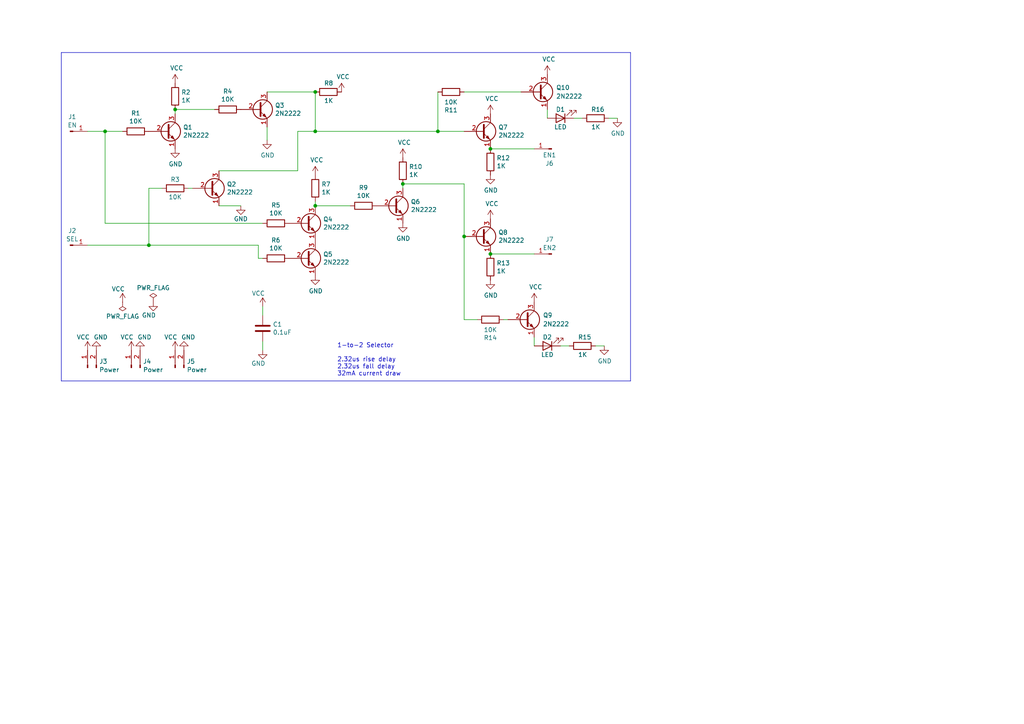
<source format=kicad_sch>
(kicad_sch (version 20230121) (generator eeschema)
  (paper "A4")
  (title_block (title "Transistor 1-to-2 Selector") (date "2023-12-04") (rev "2"))
  (lib_symbols
    (symbol "2n2222:2N2222" (pin_names (offset 0) hide)
      (property "Reference" "Q" (at 5.08 1.905 0))
      (property "Value" "2N2222" (at 5.08 0 0))
      (symbol "2N2222_0_1"
        (polyline (pts (xy 0.635 0.635) (xy 2.54 2.54)))
        (polyline (pts (xy 0.635 -0.635) (xy 2.54 -2.54) (xy 2.54 -2.54)))
        (polyline (pts (xy 0.635 1.905) (xy 0.635 -1.905) (xy 0.635 -1.905)) (stroke (width 0.508)))
        (polyline (pts (xy 1.27 -1.778) (xy 1.778 -1.27) (xy 2.286 -2.286) (xy 1.27 -1.778) (xy 1.27 -1.778)) (fill (type outline)))
        (circle (center 1.27 0) (radius 2.8194) (stroke (width 0.254)))
      )
      (symbol "2N2222_1_1"
        (pin passive line (at 2.54 -5.08 90) (length 2.54) (name "E") (number "1"))
        (pin passive line (at -5.08 0 0) (length 5.715) (name "B") (number "2"))
        (pin passive line (at 2.54 5.08 270) (length 2.54) (name "C") (number "3"))
      )
    )
    (symbol "Connector:Conn_01x01_Pin" (pin_names (offset 1.016) hide)
      (property "Reference" "J" (at 0 2.54 0))
      (property "Value" "Conn_01x01_Pin" (at 0 -2.54 0))
      (symbol "Conn_01x01_Pin_1_1"
        (polyline (pts (xy 1.27 0) (xy 0.8636 0)) (stroke (width 0.1524)))
        (rectangle (start 0.8636 0.127) (end 0 -0.127) (stroke (width 0.1524)) (fill (type outline)))
        (pin passive line (at 5.08 0 180) (length 3.81) (name "Pin_1") (number "1"))
      )
    )
    (symbol "Connector:Conn_01x02_Pin" (pin_names (offset 1.016) hide)
      (property "Reference" "J" (at 0 2.54 0))
      (property "Value" "Conn_01x02_Pin" (at 0 -5.08 0))
      (symbol "Conn_01x02_Pin_1_1"
        (polyline (pts (xy 1.27 -2.54) (xy 0.8636 -2.54)) (stroke (width 0.1524)))
        (polyline (pts (xy 1.27 0) (xy 0.8636 0)) (stroke (width 0.1524)))
        (rectangle (start 0.8636 -2.413) (end 0 -2.667) (stroke (width 0.1524)) (fill (type outline)))
        (rectangle (start 0.8636 0.127) (end 0 -0.127) (stroke (width 0.1524)) (fill (type outline)))
        (pin passive line (at 5.08 0 180) (length 3.81) (name "Pin_1") (number "1"))
        (pin passive line (at 5.08 -2.54 180) (length 3.81) (name "Pin_2") (number "2"))
      )
    )
    (symbol "Device:C" (pin_numbers hide) (pin_names (offset 0.254))
      (property "Reference" "C" (at 0.635 2.54 0))
      (property "Value" "C" (at 0.635 -2.54 0))
      (symbol "C_0_1"
        (polyline (pts (xy -2.032 -0.762) (xy 2.032 -0.762)) (stroke (width 0.508)))
        (polyline (pts (xy -2.032 0.762) (xy 2.032 0.762)) (stroke (width 0.508)))
      )
      (symbol "C_1_1"
        (pin passive line (at 0 3.81 270) (length 2.794) (name "~") (number "1"))
        (pin passive line (at 0 -3.81 90) (length 2.794) (name "~") (number "2"))
      )
    )
    (symbol "Device:LED" (pin_numbers hide) (pin_names (offset 1.016) hide)
      (property "Reference" "D" (at 0 2.54 0))
      (property "Value" "LED" (at 0 -2.54 0))
      (symbol "LED_0_1"
        (polyline (pts (xy -1.27 -1.27) (xy -1.27 1.27)) (stroke (width 0.254)))
        (polyline (pts (xy -1.27 0) (xy 1.27 0)))
        (polyline (pts (xy 1.27 -1.27) (xy 1.27 1.27) (xy -1.27 0) (xy 1.27 -1.27)) (stroke (width 0.254)))
        (polyline (pts (xy -3.048 -0.762) (xy -4.572 -2.286) (xy -3.81 -2.286) (xy -4.572 -2.286) (xy -4.572 -1.524)))
        (polyline (pts (xy -1.778 -0.762) (xy -3.302 -2.286) (xy -2.54 -2.286) (xy -3.302 -2.286) (xy -3.302 -1.524)))
      )
      (symbol "LED_1_1"
        (pin passive line (at -3.81 0 0) (length 2.54) (name "K") (number "1"))
        (pin passive line (at 3.81 0 180) (length 2.54) (name "A") (number "2"))
      )
    )
    (symbol "Device:R" (pin_numbers hide) (pin_names (offset 0))
      (property "Reference" "R" (at 2.032 0 90))
      (property "Value" "R" (at 0 0 90))
      (symbol "R_0_1"
        (rectangle (start -1.016 -2.54) (end 1.016 2.54) (stroke (width 0.254)))
      )
      (symbol "R_1_1"
        (pin passive line (at 0 3.81 270) (length 1.27) (name "~") (number "1"))
        (pin passive line (at 0 -3.81 90) (length 1.27) (name "~") (number "2"))
      )
    )
    (symbol "power:GND" (power) (pin_names (offset 0))
      (property "Value" "GND" (at 0 -3.81 0))
      (symbol "GND_0_1"
        (polyline (pts (xy 0 0) (xy 0 -1.27) (xy 1.27 -1.27) (xy 0 -2.54) (xy -1.27 -1.27) (xy 0 -1.27)))
      )
      (symbol "GND_1_1"
        (pin power_in line (at 0 0 270) (length 0) hide (name "GND") (number "1"))
      )
    )
    (symbol "power:PWR_FLAG" (power) (pin_numbers hide) (pin_names (offset 0) hide)
      (property "Value" "PWR_FLAG" (at 0 3.81 0))
      (symbol "PWR_FLAG_0_0"
        (pin power_out line (at 0 0 90) (length 0) (name "pwr") (number "1"))
      )
      (symbol "PWR_FLAG_0_1"
        (polyline (pts (xy 0 0) (xy 0 1.27) (xy -1.016 1.905) (xy 0 2.54) (xy 1.016 1.905) (xy 0 1.27)))
      )
    )
    (symbol "power:VCC" (power) (pin_names (offset 0))
      (property "Value" "VCC" (at 0 3.81 0))
      (symbol "VCC_0_1"
        (polyline (pts (xy -0.762 1.27) (xy 0 2.54)))
        (polyline (pts (xy 0 0) (xy 0 2.54)))
        (polyline (pts (xy 0 2.54) (xy 0.762 1.27)))
      )
      (symbol "VCC_1_1"
        (pin power_in line (at 0 0 90) (length 0) hide (name "VCC") (number "1"))
      )
    )
  )
  (junction (at 91.44 59.69))
  (junction (at 142.24 43.18))
  (junction (at 91.44 26.67))
  (junction (at 116.84 53.34))
  (junction (at 127 38.1))
  (junction (at 50.8 31.75))
  (junction (at 142.24 73.66))
  (junction (at 30.48 38.1))
  (junction (at 43.18 71.12))
  (junction (at 91.44 38.1))
  (junction (at 134.62 68.58))
  (wire (pts (xy 116.84 53.34) (xy 134.62 53.34)))
  (polyline (pts (xy 17.78 110.49) (xy 182.88 110.49)))
  (wire (pts (xy 134.62 53.34) (xy 134.62 68.58)))
  (wire (pts (xy 30.48 64.77) (xy 30.48 38.1)))
  (wire (pts (xy 86.36 38.1) (xy 91.44 38.1)))
  (wire (pts (xy 91.44 38.1) (xy 127 38.1)))
  (wire (pts (xy 91.44 59.69) (xy 101.6 59.69)))
  (wire (pts (xy 74.93 74.93) (xy 76.2 74.93)))
  (wire (pts (xy 146.05 92.71) (xy 147.32 92.71)))
  (wire (pts (xy 25.4 71.12) (xy 43.18 71.12)))
  (wire (pts (xy 154.94 100.33) (xy 154.94 97.79)))
  (wire (pts (xy 76.2 91.44) (xy 76.2 88.9)))
  (wire (pts (xy 62.23 31.75) (xy 50.8 31.75)))
  (wire (pts (xy 127 38.1) (xy 134.62 38.1)))
  (wire (pts (xy 91.44 38.1) (xy 91.44 26.67)))
  (wire (pts (xy 30.48 64.77) (xy 76.2 64.77)))
  (wire (pts (xy 134.62 26.67) (xy 151.13 26.67)))
  (wire (pts (xy 127 26.67) (xy 127 38.1)))
  (wire (pts (xy 91.44 26.67) (xy 77.47 26.67)))
  (polyline (pts (xy 17.78 15.24) (xy 17.78 110.49)))
  (wire (pts (xy 168.91 34.29) (xy 166.37 34.29)))
  (wire (pts (xy 63.5 59.69) (xy 69.85 59.69)))
  (wire (pts (xy 54.61 54.61) (xy 55.88 54.61)))
  (wire (pts (xy 76.2 101.6) (xy 76.2 99.06)))
  (wire (pts (xy 50.8 31.75) (xy 50.8 33.02)))
  (wire (pts (xy 165.1 100.33) (xy 162.56 100.33)))
  (wire (pts (xy 77.47 40.64) (xy 77.47 36.83)))
  (wire (pts (xy 116.84 53.34) (xy 116.84 54.61)))
  (wire (pts (xy 43.18 71.12) (xy 74.93 71.12)))
  (wire (pts (xy 154.94 43.18) (xy 142.24 43.18)))
  (wire (pts (xy 25.4 38.1) (xy 30.48 38.1)))
  (wire (pts (xy 63.5 49.53) (xy 86.36 49.53)))
  (wire (pts (xy 74.93 71.12) (xy 74.93 74.93)))
  (wire (pts (xy 30.48 38.1) (xy 35.56 38.1)))
  (wire (pts (xy 134.62 92.71) (xy 138.43 92.71)))
  (wire (pts (xy 179.07 34.29) (xy 176.53 34.29)))
  (wire (pts (xy 46.99 54.61) (xy 43.18 54.61)))
  (wire (pts (xy 134.62 68.58) (xy 134.62 92.71)))
  (wire (pts (xy 175.26 100.33) (xy 172.72 100.33)))
  (wire (pts (xy 158.75 34.29) (xy 158.75 31.75)))
  (wire (pts (xy 154.94 73.66) (xy 142.24 73.66)))
  (wire (pts (xy 86.36 49.53) (xy 86.36 38.1)))
  (polyline (pts (xy 182.88 15.24) (xy 17.78 15.24)))
  (polyline (pts (xy 182.88 110.49) (xy 182.88 15.24)))
  (wire (pts (xy 43.18 54.61) (xy 43.18 71.12)))
  (wire (pts (xy 91.44 58.42) (xy 91.44 59.69)))
  (text "1-to-2 Selector\n\n2.32us rise delay\n2.32us fall delay\n32mA current draw" (at 97.79 109.22 0) (effects (font (size 1.27 1.27)) (justify left bottom)))
  (symbol (lib_id "Device:R") (at 50.8 27.94 0) (unit 1)
    (property "Reference" "R2" (at 52.578 26.7716 0) (effects (justify left)))
    (property "Value" "1K" (at 52.578 29.083 0) (effects (justify left)))
    (property "Footprint" "Resistor_THT:R_Axial_DIN0309_L9.0mm_D3.2mm_P12.70mm_Horizontal" (effects hide))
  )
  (symbol (lib_id "power:VCC") (at 50.8 24.13 0) (unit 1)
    (property "Reference" "#PWR05" (effects hide))
    (property "Value" "VCC" (at 51.2318 19.7358 0))
  )
  (symbol (lib_id "2n2222:2N2222") (at 48.26 38.1 0) (unit 1)
    (property "Reference" "Q1" (at 53.086 36.9316 0) (effects (justify left)))
    (property "Value" "2N2222" (at 53.086 39.243 0) (effects (justify left)))
    (property "Footprint" "Package_TO_SOT_THT:TO-92_Inline" (effects hide))
    (property "Datasheet" "https://www.fairchildsemi.com/datasheets/2N/2N3904.pdf" (effects hide))
  )
  (symbol (lib_id "power:GND") (at 50.8 43.18 0) (unit 1)
    (property "Reference" "#PWR06" (effects hide))
    (property "Value" "GND" (at 50.927 47.5742 0))
  )
  (symbol (lib_id "Device:R") (at 39.37 38.1 270) (unit 1)
    (property "Reference" "R1" (at 39.37 32.8422 90))
    (property "Value" "10K" (at 39.37 35.1536 90))
    (property "Footprint" "Resistor_THT:R_Axial_DIN0309_L9.0mm_D3.2mm_P12.70mm_Horizontal" (effects hide))
  )
  (symbol (lib_id "Device:R") (at 66.04 31.75 270) (unit 1)
    (property "Reference" "R4" (at 66.04 26.4922 90))
    (property "Value" "10K" (at 66.04 28.8036 90))
    (property "Footprint" "Resistor_THT:R_Axial_DIN0309_L9.0mm_D3.2mm_P12.70mm_Horizontal" (effects hide))
  )
  (symbol (lib_id "Device:R") (at 80.01 64.77 270) (unit 1)
    (property "Reference" "R5" (at 80.01 59.5122 90))
    (property "Value" "10K" (at 80.01 61.8236 90))
    (property "Footprint" "Resistor_THT:R_Axial_DIN0309_L9.0mm_D3.2mm_P12.70mm_Horizontal" (effects hide))
  )
  (symbol (lib_id "2n2222:2N2222") (at 74.93 31.75 0) (unit 1)
    (property "Reference" "Q3" (at 79.756 30.5816 0) (effects (justify left)))
    (property "Value" "2N2222" (at 79.756 32.893 0) (effects (justify left)))
    (property "Footprint" "Package_TO_SOT_THT:TO-92_Inline" (effects hide))
    (property "Datasheet" "https://www.fairchildsemi.com/datasheets/2N/2N3904.pdf" (effects hide))
  )
  (symbol (lib_id "2n2222:2N2222") (at 88.9 64.77 0) (unit 1)
    (property "Reference" "Q4" (at 93.726 63.6016 0) (effects (justify left)))
    (property "Value" "2N2222" (at 93.726 65.913 0) (effects (justify left)))
    (property "Footprint" "Package_TO_SOT_THT:TO-92_Inline" (effects hide))
    (property "Datasheet" "https://www.fairchildsemi.com/datasheets/2N/2N3904.pdf" (effects hide))
  )
  (symbol (lib_id "2n2222:2N2222") (at 88.9 74.93 0) (unit 1)
    (property "Reference" "Q5" (at 93.726 73.7616 0) (effects (justify left)))
    (property "Value" "2N2222" (at 93.726 76.073 0) (effects (justify left)))
    (property "Footprint" "Package_TO_SOT_THT:TO-92_Inline" (effects hide))
    (property "Datasheet" "https://www.fairchildsemi.com/datasheets/2N/2N3904.pdf" (effects hide))
  )
  (symbol (lib_id "Device:R") (at 80.01 74.93 270) (unit 1)
    (property "Reference" "R6" (at 80.01 69.6722 90))
    (property "Value" "10K" (at 80.01 71.9836 90))
    (property "Footprint" "Resistor_THT:R_Axial_DIN0309_L9.0mm_D3.2mm_P12.70mm_Horizontal" (effects hide))
  )
  (symbol (lib_id "power:GND") (at 91.44 80.01 0) (unit 1)
    (property "Reference" "#PWR014" (effects hide))
    (property "Value" "GND" (at 91.567 84.4042 0))
  )
  (symbol (lib_id "power:GND") (at 27.94 101.6 180) (unit 1)
    (property "Reference" "#PWR02" (effects hide))
    (property "Value" "GND" (at 29.21 97.79 0))
  )
  (symbol (lib_id "power:VCC") (at 25.4 101.6 0) (unit 1)
    (property "Reference" "#PWR01" (effects hide))
    (property "Value" "VCC" (at 24.13 97.79 0))
  )
  (symbol (lib_id "power:VCC") (at 38.1 101.6 0) (unit 1)
    (property "Reference" "#PWR03" (effects hide))
    (property "Value" "VCC" (at 36.83 97.79 0))
  )
  (symbol (lib_id "power:GND") (at 40.64 101.6 180) (unit 1)
    (property "Reference" "#PWR04" (effects hide))
    (property "Value" "GND" (at 41.91 97.79 0))
  )
  (symbol (lib_id "power:GND") (at 53.34 101.6 180) (unit 1)
    (property "Reference" "#PWR08" (effects hide))
    (property "Value" "GND" (at 54.61 97.79 0))
  )
  (symbol (lib_id "power:VCC") (at 50.8 101.6 0) (unit 1)
    (property "Reference" "#PWR07" (effects hide))
    (property "Value" "VCC" (at 49.53 97.79 0))
  )
  (symbol (lib_id "power:VCC") (at 76.2 88.9 0) (unit 1)
    (property "Reference" "#PWR010" (effects hide))
    (property "Value" "VCC" (at 74.93 85.09 0))
  )
  (symbol (lib_id "power:GND") (at 76.2 101.6 0) (unit 1)
    (property "Reference" "#PWR011" (effects hide))
    (property "Value" "GND" (at 74.93 105.41 0))
  )
  (symbol (lib_id "Device:C") (at 76.2 95.25 0) (unit 1)
    (property "Reference" "C1" (at 79.121 94.0816 0) (effects (justify left)))
    (property "Value" "0.1uF" (at 79.121 96.393 0) (effects (justify left)))
    (property "Footprint" "Capacitor_THT:C_Disc_D4.3mm_W1.9mm_P5.00mm" (effects hide))
  )
  (symbol (lib_id "Device:R") (at 116.84 49.53 0) (unit 1)
    (property "Reference" "R10" (at 118.618 48.3616 0) (effects (justify left)))
    (property "Value" "1K" (at 118.618 50.673 0) (effects (justify left)))
    (property "Footprint" "Resistor_THT:R_Axial_DIN0309_L9.0mm_D3.2mm_P12.70mm_Horizontal" (effects hide))
  )
  (symbol (lib_id "power:VCC") (at 116.84 45.72 0) (unit 1)
    (property "Reference" "#PWR016" (effects hide))
    (property "Value" "VCC" (at 117.2718 41.3258 0))
  )
  (symbol (lib_id "2n2222:2N2222") (at 114.3 59.69 0) (unit 1)
    (property "Reference" "Q6" (at 119.126 58.5216 0) (effects (justify left)))
    (property "Value" "2N2222" (at 119.126 60.833 0) (effects (justify left)))
    (property "Footprint" "Package_TO_SOT_THT:TO-92_Inline" (effects hide))
    (property "Datasheet" "https://www.fairchildsemi.com/datasheets/2N/2N3904.pdf" (effects hide))
  )
  (symbol (lib_id "power:GND") (at 116.84 64.77 0) (unit 1)
    (property "Reference" "#PWR017" (effects hide))
    (property "Value" "GND" (at 116.967 69.1642 0))
  )
  (symbol (lib_id "Device:R") (at 105.41 59.69 270) (unit 1)
    (property "Reference" "R9" (at 105.41 54.4322 90))
    (property "Value" "10K" (at 105.41 56.7436 90))
    (property "Footprint" "Resistor_THT:R_Axial_DIN0309_L9.0mm_D3.2mm_P12.70mm_Horizontal" (effects hide))
  )
  (symbol (lib_id "Device:R") (at 91.44 54.61 0) (unit 1)
    (property "Reference" "R7" (at 93.218 53.4416 0) (effects (justify left)))
    (property "Value" "1K" (at 93.218 55.753 0) (effects (justify left)))
    (property "Footprint" "Resistor_THT:R_Axial_DIN0309_L9.0mm_D3.2mm_P12.70mm_Horizontal" (effects hide))
  )
  (symbol (lib_id "power:VCC") (at 91.44 50.8 0) (unit 1)
    (property "Reference" "#PWR013" (effects hide))
    (property "Value" "VCC" (at 91.8718 46.4058 0))
  )
  (symbol (lib_id "power:GND") (at 77.47 40.64 0) (unit 1)
    (property "Reference" "#PWR012" (effects hide))
    (property "Value" "GND" (at 77.597 45.0342 0))
  )
  (symbol (lib_id "2n2222:2N2222") (at 60.96 54.61 0) (unit 1)
    (property "Reference" "Q2" (at 65.786 53.4416 0) (effects (justify left)))
    (property "Value" "2N2222" (at 65.786 55.753 0) (effects (justify left)))
    (property "Footprint" "Package_TO_SOT_THT:TO-92_Inline" (effects hide))
    (property "Datasheet" "https://www.fairchildsemi.com/datasheets/2N/2N3904.pdf" (effects hide))
  )
  (symbol (lib_id "Device:R") (at 50.8 54.61 270) (unit 1)
    (property "Reference" "R3" (at 50.8 52.07 90))
    (property "Value" "10K" (at 50.8 57.15 90))
    (property "Footprint" "Resistor_THT:R_Axial_DIN0309_L9.0mm_D3.2mm_P12.70mm_Horizontal" (effects hide))
  )
  (symbol (lib_id "power:GND") (at 69.85 59.69 0) (unit 1)
    (property "Reference" "#PWR09" (effects hide))
    (property "Value" "GND" (at 69.85 63.5 0))
  )
  (symbol (lib_id "Device:R") (at 95.25 26.67 270) (unit 1)
    (property "Reference" "R8" (at 93.98 24.13 90) (effects (justify left)))
    (property "Value" "1K" (at 93.98 29.21 90) (effects (justify left)))
    (property "Footprint" "Resistor_THT:R_Axial_DIN0309_L9.0mm_D3.2mm_P12.70mm_Horizontal" (effects hide))
  )
  (symbol (lib_id "power:VCC") (at 99.06 26.67 0) (unit 1)
    (property "Reference" "#PWR015" (effects hide))
    (property "Value" "VCC" (at 99.4918 22.2758 0))
  )
  (symbol (lib_id "2n2222:2N2222") (at 139.7 38.1 0) (unit 1)
    (property "Reference" "Q7" (at 144.526 36.9316 0) (effects (justify left)))
    (property "Value" "2N2222" (at 144.526 39.243 0) (effects (justify left)))
    (property "Footprint" "Package_TO_SOT_THT:TO-92_Inline" (effects hide))
    (property "Datasheet" "https://www.fairchildsemi.com/datasheets/2N/2N3904.pdf" (effects hide))
  )
  (symbol (lib_id "power:VCC") (at 142.24 33.02 0) (unit 1)
    (property "Reference" "#PWR018" (effects hide))
    (property "Value" "VCC" (at 142.6718 28.6258 0))
  )
  (symbol (lib_id "Device:R") (at 142.24 46.99 0) (unit 1)
    (property "Reference" "R12" (at 144.018 45.8216 0) (effects (justify left)))
    (property "Value" "1K" (at 144.018 48.133 0) (effects (justify left)))
    (property "Footprint" "Resistor_THT:R_Axial_DIN0309_L9.0mm_D3.2mm_P12.70mm_Horizontal" (effects hide))
  )
  (symbol (lib_id "power:GND") (at 142.24 50.8 0) (unit 1)
    (property "Reference" "#PWR019" (effects hide))
    (property "Value" "GND" (at 142.367 55.1942 0))
  )
  (symbol (lib_id "2n2222:2N2222") (at 139.7 68.58 0) (unit 1)
    (property "Reference" "Q8" (at 144.526 67.4116 0) (effects (justify left)))
    (property "Value" "2N2222" (at 144.526 69.723 0) (effects (justify left)))
    (property "Footprint" "Package_TO_SOT_THT:TO-92_Inline" (effects hide))
    (property "Datasheet" "https://www.fairchildsemi.com/datasheets/2N/2N3904.pdf" (effects hide))
  )
  (symbol (lib_id "power:VCC") (at 142.24 63.5 0) (unit 1)
    (property "Reference" "#PWR020" (effects hide))
    (property "Value" "VCC" (at 142.6718 59.1058 0))
  )
  (symbol (lib_id "Device:R") (at 142.24 77.47 0) (unit 1)
    (property "Reference" "R13" (at 144.018 76.3016 0) (effects (justify left)))
    (property "Value" "1K" (at 144.018 78.613 0) (effects (justify left)))
    (property "Footprint" "Resistor_THT:R_Axial_DIN0309_L9.0mm_D3.2mm_P12.70mm_Horizontal" (effects hide))
  )
  (symbol (lib_id "power:GND") (at 142.24 81.28 0) (unit 1)
    (property "Reference" "#PWR021" (effects hide))
    (property "Value" "GND" (at 142.367 85.6742 0))
  )
  (symbol (lib_id "Device:R") (at 142.24 92.71 90) (unit 1)
    (property "Reference" "R14" (at 142.24 97.9678 90))
    (property "Value" "10K" (at 142.24 95.6564 90))
    (property "Footprint" "Resistor_THT:R_Axial_DIN0309_L9.0mm_D3.2mm_P12.70mm_Horizontal" (effects hide))
  )
  (symbol (lib_id "2n2222:2N2222") (at 152.4 92.71 0) (unit 1)
    (property "Reference" "Q9" (at 157.48 91.44 0) (effects (justify left)))
    (property "Value" "2N2222" (at 157.48 93.98 0) (effects (justify left)))
    (property "Footprint" "Package_TO_SOT_THT:TO-92_Inline" (effects hide))
    (property "Datasheet" "https://www.fairchildsemi.com/datasheets/2N/2N3904.pdf" (effects hide))
  )
  (symbol (lib_id "power:VCC") (at 154.94 87.63 0) (unit 1)
    (property "Reference" "#PWR022" (effects hide))
    (property "Value" "VCC" (at 155.3718 83.2358 0))
  )
  (symbol (lib_id "Device:LED") (at 158.75 100.33 180) (unit 1)
    (property "Reference" "D2" (at 158.75 97.79 0))
    (property "Value" "LED" (at 158.75 102.87 0))
    (property "Footprint" "LED_THT:LED_D5.0mm" (effects hide))
  )
  (symbol (lib_id "Device:R") (at 168.91 100.33 270) (unit 1)
    (property "Reference" "R15" (at 167.64 97.79 90) (effects (justify left)))
    (property "Value" "1K" (at 167.64 102.87 90) (effects (justify left)))
    (property "Footprint" "Resistor_THT:R_Axial_DIN0309_L9.0mm_D3.2mm_P12.70mm_Horizontal" (effects hide))
  )
  (symbol (lib_id "power:GND") (at 175.26 100.33 0) (unit 1)
    (property "Reference" "#PWR024" (effects hide))
    (property "Value" "GND" (at 175.387 104.7242 0))
  )
  (symbol (lib_id "2n2222:2N2222") (at 156.21 26.67 0) (unit 1)
    (property "Reference" "Q10" (at 161.29 25.4 0) (effects (justify left)))
    (property "Value" "2N2222" (at 161.29 27.94 0) (effects (justify left)))
    (property "Footprint" "Package_TO_SOT_THT:TO-92_Inline" (effects hide))
    (property "Datasheet" "https://www.fairchildsemi.com/datasheets/2N/2N3904.pdf" (effects hide))
  )
  (symbol (lib_id "power:VCC") (at 158.75 21.59 0) (unit 1)
    (property "Reference" "#PWR023" (effects hide))
    (property "Value" "VCC" (at 159.1818 17.1958 0))
  )
  (symbol (lib_id "Device:LED") (at 162.56 34.29 180) (unit 1)
    (property "Reference" "D1" (at 162.56 31.75 0))
    (property "Value" "LED" (at 162.56 36.83 0))
    (property "Footprint" "LED_THT:LED_D5.0mm" (effects hide))
  )
  (symbol (lib_id "Device:R") (at 172.72 34.29 270) (unit 1)
    (property "Reference" "R16" (at 171.45 31.75 90) (effects (justify left)))
    (property "Value" "1K" (at 171.45 36.83 90) (effects (justify left)))
    (property "Footprint" "Resistor_THT:R_Axial_DIN0309_L9.0mm_D3.2mm_P12.70mm_Horizontal" (effects hide))
  )
  (symbol (lib_id "power:GND") (at 179.07 34.29 0) (unit 1)
    (property "Reference" "#PWR025" (effects hide))
    (property "Value" "GND" (at 179.197 38.6842 0))
  )
  (symbol (lib_id "Device:R") (at 130.81 26.67 90) (unit 1)
    (property "Reference" "R11" (at 130.81 31.9278 90))
    (property "Value" "10K" (at 130.81 29.6164 90))
    (property "Footprint" "Resistor_THT:R_Axial_DIN0309_L9.0mm_D3.2mm_P12.70mm_Horizontal" (effects hide))
  )
  (symbol (lib_id "Connector:Conn_01x01_Pin") (at 20.32 71.12 0) (unit 1)
    (property "Reference" "J2" (at 20.955 66.8995 0))
    (property "Value" "SEL" (at 20.955 69.3237 0))
    (property "Footprint" "Connector_PinHeader_2.54mm:PinHeader_1x01_P2.54mm_Vertical" (effects hide))
  )
  (symbol (lib_id "Connector:Conn_01x01_Pin") (at 160.02 43.18 180) (unit 1)
    (property "Reference" "J6" (at 159.385 47.4005 0))
    (property "Value" "EN1" (at 159.385 44.9763 0))
    (property "Footprint" "Connector_PinHeader_2.54mm:PinHeader_1x01_P2.54mm_Vertical" (effects hide))
  )
  (symbol (lib_id "Connector:Conn_01x02_Pin") (at 25.4 106.68 90) (unit 1)
    (property "Reference" "J3" (at 28.7782 104.8329 90) (effects (justify right)))
    (property "Value" "Power" (at 28.7782 107.2571 90) (effects (justify right)))
    (property "Footprint" "Connector_PinHeader_2.54mm:PinHeader_1x02_P2.54mm_Vertical" (effects hide))
  )
  (symbol (lib_id "Connector:Conn_01x01_Pin") (at 20.32 38.1 0) (unit 1)
    (property "Reference" "J1" (at 20.955 33.8795 0))
    (property "Value" "EN" (at 20.955 36.3037 0))
    (property "Footprint" "Connector_PinHeader_2.54mm:PinHeader_1x01_P2.54mm_Vertical" (effects hide))
  )
  (symbol (lib_id "Connector:Conn_01x01_Pin") (at 160.02 73.66 180) (unit 1)
    (property "Reference" "J7" (at 159.385 69.4395 0))
    (property "Value" "EN2" (at 159.385 71.8637 0))
    (property "Footprint" "Connector_PinHeader_2.54mm:PinHeader_1x01_P2.54mm_Vertical" (effects hide))
  )
  (symbol (lib_id "power:PWR_FLAG") (at 44.45 87.63 0) (unit 1)
    (property "Reference" "#FLG02" (effects hide))
    (property "Value" "PWR_FLAG" (at 44.45 83.4969 0))
  )
  (symbol (lib_id "power:GND") (at 44.45 87.63 0) (unit 1)
    (property "Reference" "#PWR027" (effects hide))
    (property "Value" "GND" (at 43.18 91.44 0))
  )
  (symbol (lib_id "power:PWR_FLAG") (at 35.56 87.63 180) (unit 1)
    (property "Reference" "#FLG01" (effects hide))
    (property "Value" "PWR_FLAG" (at 35.56 91.7631 0))
  )
  (symbol (lib_id "power:VCC") (at 35.56 87.63 0) (unit 1)
    (property "Reference" "#PWR026" (effects hide))
    (property "Value" "VCC" (at 34.29 83.82 0))
  )
  (symbol (lib_id "Connector:Conn_01x02_Pin") (at 50.8 106.68 90) (unit 1)
    (property "Reference" "J5" (at 54.1782 104.8329 90) (effects (justify right)))
    (property "Value" "Power" (at 54.1782 107.2571 90) (effects (justify right)))
    (property "Footprint" "Connector_PinHeader_2.54mm:PinHeader_1x02_P2.54mm_Vertical" (effects hide))
  )
  (symbol (lib_id "Connector:Conn_01x02_Pin") (at 38.1 106.68 90) (unit 1)
    (property "Reference" "J4" (at 41.4782 104.8329 90) (effects (justify right)))
    (property "Value" "Power" (at 41.4782 107.2571 90) (effects (justify right)))
    (property "Footprint" "Connector_PinHeader_2.54mm:PinHeader_1x02_P2.54mm_Vertical" (effects hide))
  )
)
</source>
